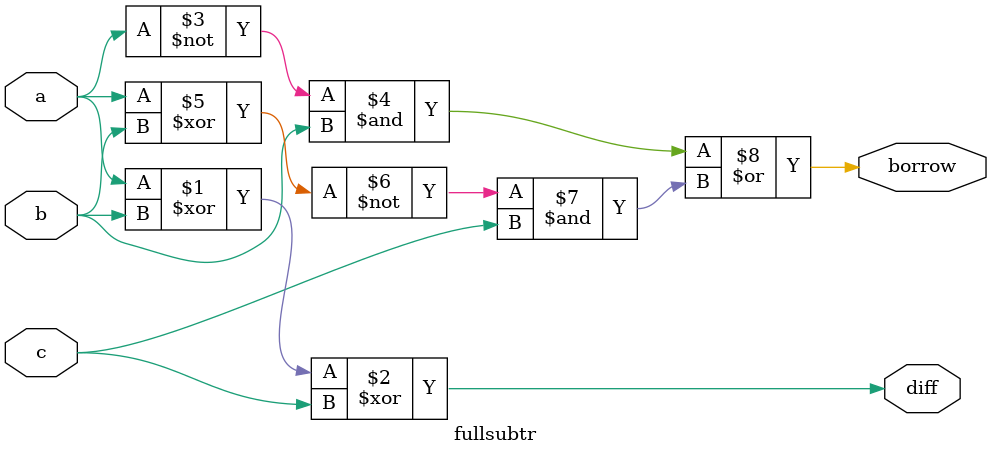
<source format=v>
`timescale 1ns / 1ps


module fullsubtr(diff,borrow,a,b,c);
    output diff,borrow;
    input a,b,c;
    assign diff=a^b^c;
    assign borrow=(~a&b)|(~(a^b)&c);
endmodule


</source>
